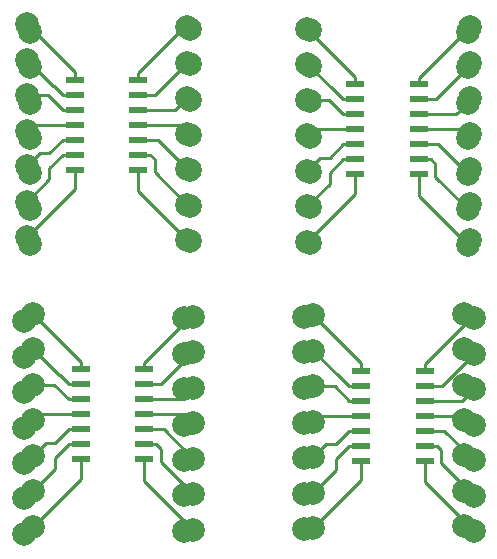
<source format=gbr>
G04 #@! TF.FileFunction,Copper,L1,Top,Signal*
%FSLAX46Y46*%
G04 Gerber Fmt 4.6, Leading zero omitted, Abs format (unit mm)*
G04 Created by KiCad (PCBNEW 4.0.6-e0-6349~53~ubuntu16.04.1) date Wed Aug  9 14:44:26 2017*
%MOMM*%
%LPD*%
G01*
G04 APERTURE LIST*
%ADD10C,0.100000*%
%ADD11C,2.000000*%
%ADD12R,1.500000X0.600000*%
%ADD13C,0.250000*%
G04 APERTURE END LIST*
D10*
D11*
X127449600Y-90534200D03*
X127449600Y-96534200D03*
X127449600Y-93534200D03*
X113893600Y-93788200D03*
X113893600Y-90788200D03*
X151198600Y-90407200D03*
X137642600Y-96661200D03*
X137642600Y-93661200D03*
X151198600Y-93407200D03*
X137642600Y-90661200D03*
X113893600Y-108788200D03*
X113893600Y-102788200D03*
X113893600Y-105788200D03*
X113893600Y-96788200D03*
X113893600Y-99788200D03*
X151198600Y-108407200D03*
X151198600Y-105407200D03*
X151198600Y-102407200D03*
X151198600Y-96407200D03*
X151198600Y-99407200D03*
X137642600Y-105661200D03*
X127449600Y-102534200D03*
X127449600Y-108534200D03*
X137642600Y-108661200D03*
X137642600Y-99661200D03*
X127449600Y-105534200D03*
X137642600Y-102661200D03*
X127449600Y-99534200D03*
X137134600Y-126918200D03*
X137134600Y-117918200D03*
X137134600Y-114918200D03*
X137134600Y-120918200D03*
X137134600Y-123918200D03*
X137134600Y-129918200D03*
X137134600Y-132918200D03*
X126941600Y-118045200D03*
X126941600Y-121045200D03*
X126941600Y-124045200D03*
X126941600Y-130045200D03*
X126941600Y-115045200D03*
X126941600Y-133045200D03*
X126941600Y-127045200D03*
X113385600Y-130299200D03*
X113385600Y-124299200D03*
X113385600Y-121299200D03*
X113385600Y-115299200D03*
X113385600Y-133299200D03*
X113385600Y-118299200D03*
X113385600Y-127299200D03*
X150690600Y-129664200D03*
X150690600Y-120664200D03*
X150690600Y-114664200D03*
X150690600Y-123664200D03*
X150690600Y-132664200D03*
X150690600Y-117664200D03*
X150690600Y-126664200D03*
D12*
X118204000Y-119380000D03*
X118204000Y-120650000D03*
X118204000Y-121920000D03*
X118204000Y-123190000D03*
X118204000Y-124460000D03*
X118204000Y-125730000D03*
X118204000Y-127000000D03*
X123604000Y-127000000D03*
X123604000Y-125730000D03*
X123604000Y-124460000D03*
X123604000Y-123190000D03*
X123604000Y-121920000D03*
X123604000Y-120650000D03*
X123604000Y-119380000D03*
D11*
X127729000Y-129935000D03*
X127729000Y-126935000D03*
X127729000Y-120935000D03*
X127729000Y-132935000D03*
X114173000Y-132681000D03*
X127729000Y-123935000D03*
X114173000Y-126681000D03*
X114173000Y-129681000D03*
X114173000Y-123681000D03*
X114173000Y-120681000D03*
X114173000Y-114681000D03*
X114173000Y-117681000D03*
X127729000Y-117935000D03*
X127729000Y-114935000D03*
D12*
X141953000Y-119507000D03*
X141953000Y-120777000D03*
X141953000Y-122047000D03*
X141953000Y-123317000D03*
X141953000Y-124587000D03*
X141953000Y-125857000D03*
X141953000Y-127127000D03*
X147353000Y-127127000D03*
X147353000Y-125857000D03*
X147353000Y-124587000D03*
X147353000Y-123317000D03*
X147353000Y-122047000D03*
X147353000Y-120777000D03*
X147353000Y-119507000D03*
D11*
X151478000Y-130062000D03*
X151478000Y-127062000D03*
X151478000Y-121062000D03*
X151478000Y-133062000D03*
X137922000Y-132808000D03*
X151478000Y-124062000D03*
X137922000Y-126808000D03*
X137922000Y-129808000D03*
X137922000Y-123808000D03*
X137922000Y-120808000D03*
X137922000Y-114808000D03*
X137922000Y-117808000D03*
X151478000Y-118062000D03*
X151478000Y-115062000D03*
D12*
X141445000Y-95250000D03*
X141445000Y-96520000D03*
X141445000Y-97790000D03*
X141445000Y-99060000D03*
X141445000Y-100330000D03*
X141445000Y-101600000D03*
X141445000Y-102870000D03*
X146845000Y-102870000D03*
X146845000Y-101600000D03*
X146845000Y-100330000D03*
X146845000Y-99060000D03*
X146845000Y-97790000D03*
X146845000Y-96520000D03*
X146845000Y-95250000D03*
D11*
X150970000Y-105805000D03*
X150970000Y-102805000D03*
X150970000Y-96805000D03*
X150970000Y-108805000D03*
X137414000Y-108551000D03*
X150970000Y-99805000D03*
X137414000Y-102551000D03*
X137414000Y-105551000D03*
X137414000Y-99551000D03*
X137414000Y-96551000D03*
X137414000Y-90551000D03*
X137414000Y-93551000D03*
X150970000Y-93805000D03*
X150970000Y-90805000D03*
X127221000Y-108424000D03*
X113665000Y-108170000D03*
X127221000Y-105424000D03*
X113665000Y-105170000D03*
X127221000Y-102424000D03*
X113665000Y-102170000D03*
X127221000Y-99424000D03*
X113665000Y-99170000D03*
X127221000Y-96424000D03*
X113665000Y-96170000D03*
X127221000Y-93424000D03*
X113665000Y-93170000D03*
X127221000Y-90424000D03*
D12*
X117696000Y-94869000D03*
X117696000Y-96139000D03*
X117696000Y-97409000D03*
X117696000Y-98679000D03*
X117696000Y-99949000D03*
X117696000Y-101219000D03*
X117696000Y-102489000D03*
X123096000Y-102489000D03*
X123096000Y-101219000D03*
X123096000Y-99949000D03*
X123096000Y-98679000D03*
X123096000Y-97409000D03*
X123096000Y-96139000D03*
X123096000Y-94869000D03*
D11*
X113665000Y-90170000D03*
D13*
X123604000Y-119380000D02*
X123604000Y-118830000D01*
X127499000Y-114935000D02*
X127729000Y-114935000D01*
X123604000Y-118830000D02*
X127499000Y-114935000D01*
X123604000Y-120650000D02*
X125014000Y-120650000D01*
X125014000Y-120650000D02*
X127729000Y-117935000D01*
X123604000Y-121920000D02*
X126744000Y-121920000D01*
X126744000Y-121920000D02*
X127729000Y-120935000D01*
X123604000Y-123190000D02*
X126984000Y-123190000D01*
X126984000Y-123190000D02*
X127729000Y-123935000D01*
X123604000Y-124460000D02*
X125254000Y-124460000D01*
X125254000Y-124460000D02*
X127729000Y-126935000D01*
X124985000Y-126111000D02*
X124985000Y-127191000D01*
X124985000Y-127191000D02*
X127729000Y-129935000D01*
X123604000Y-125730000D02*
X124604000Y-125730000D01*
X124604000Y-125730000D02*
X124985000Y-126111000D01*
X123604000Y-127000000D02*
X123604000Y-128810000D01*
X123604000Y-128810000D02*
X127729000Y-132935000D01*
X118204000Y-127000000D02*
X118204000Y-128650000D01*
X118204000Y-128650000D02*
X114173000Y-132681000D01*
X116078000Y-126856000D02*
X116078000Y-127776000D01*
X116078000Y-127776000D02*
X114173000Y-129681000D01*
X117204000Y-125730000D02*
X116078000Y-126856000D01*
X116078000Y-125586000D02*
X115268000Y-125586000D01*
X115268000Y-125586000D02*
X114173000Y-126681000D01*
X118204000Y-125730000D02*
X117204000Y-125730000D01*
X118204000Y-124460000D02*
X117204000Y-124460000D01*
X117204000Y-124460000D02*
X116078000Y-125586000D01*
X118204000Y-123190000D02*
X114664000Y-123190000D01*
X114664000Y-123190000D02*
X114173000Y-123681000D01*
X118204000Y-121920000D02*
X117204000Y-121920000D01*
X117204000Y-121920000D02*
X115965000Y-120681000D01*
X118204000Y-120650000D02*
X117204000Y-120650000D01*
X117204000Y-120650000D02*
X116442000Y-119888000D01*
X115965000Y-120681000D02*
X114173000Y-120681000D01*
X116442000Y-119888000D02*
X116380000Y-119888000D01*
X116380000Y-119888000D02*
X114173000Y-117681000D01*
X118204000Y-119380000D02*
X118204000Y-118712000D01*
X118204000Y-118712000D02*
X114173000Y-114681000D01*
X147353000Y-119507000D02*
X147353000Y-118957000D01*
X151248000Y-115062000D02*
X151478000Y-115062000D01*
X147353000Y-118957000D02*
X151248000Y-115062000D01*
X147353000Y-120777000D02*
X148763000Y-120777000D01*
X148763000Y-120777000D02*
X151478000Y-118062000D01*
X147353000Y-122047000D02*
X150493000Y-122047000D01*
X150493000Y-122047000D02*
X151478000Y-121062000D01*
X147353000Y-123317000D02*
X150733000Y-123317000D01*
X150733000Y-123317000D02*
X151478000Y-124062000D01*
X147353000Y-124587000D02*
X149003000Y-124587000D01*
X149003000Y-124587000D02*
X151478000Y-127062000D01*
X148734000Y-126238000D02*
X148734000Y-127318000D01*
X148734000Y-127318000D02*
X151478000Y-130062000D01*
X147353000Y-125857000D02*
X148353000Y-125857000D01*
X148353000Y-125857000D02*
X148734000Y-126238000D01*
X147353000Y-127127000D02*
X147353000Y-128937000D01*
X147353000Y-128937000D02*
X151478000Y-133062000D01*
X141953000Y-127127000D02*
X141953000Y-128777000D01*
X141953000Y-128777000D02*
X137922000Y-132808000D01*
X139827000Y-126983000D02*
X139827000Y-127903000D01*
X139827000Y-127903000D02*
X137922000Y-129808000D01*
X140953000Y-125857000D02*
X139827000Y-126983000D01*
X139827000Y-125713000D02*
X139017000Y-125713000D01*
X139017000Y-125713000D02*
X137922000Y-126808000D01*
X141953000Y-125857000D02*
X140953000Y-125857000D01*
X141953000Y-124587000D02*
X140953000Y-124587000D01*
X140953000Y-124587000D02*
X139827000Y-125713000D01*
X141953000Y-123317000D02*
X138413000Y-123317000D01*
X138413000Y-123317000D02*
X137922000Y-123808000D01*
X141953000Y-122047000D02*
X140953000Y-122047000D01*
X140953000Y-122047000D02*
X139714000Y-120808000D01*
X141953000Y-120777000D02*
X140953000Y-120777000D01*
X140953000Y-120777000D02*
X140191000Y-120015000D01*
X139714000Y-120808000D02*
X137922000Y-120808000D01*
X140191000Y-120015000D02*
X140129000Y-120015000D01*
X140129000Y-120015000D02*
X137922000Y-117808000D01*
X141953000Y-119507000D02*
X141953000Y-118839000D01*
X141953000Y-118839000D02*
X137922000Y-114808000D01*
X146845000Y-95250000D02*
X146845000Y-94700000D01*
X150740000Y-90805000D02*
X150970000Y-90805000D01*
X146845000Y-94700000D02*
X150740000Y-90805000D01*
X146845000Y-96520000D02*
X148255000Y-96520000D01*
X148255000Y-96520000D02*
X150970000Y-93805000D01*
X146845000Y-97790000D02*
X149985000Y-97790000D01*
X149985000Y-97790000D02*
X150970000Y-96805000D01*
X146845000Y-99060000D02*
X150225000Y-99060000D01*
X150225000Y-99060000D02*
X150970000Y-99805000D01*
X146845000Y-100330000D02*
X148495000Y-100330000D01*
X148495000Y-100330000D02*
X150970000Y-102805000D01*
X148226000Y-101981000D02*
X148226000Y-103061000D01*
X148226000Y-103061000D02*
X150970000Y-105805000D01*
X146845000Y-101600000D02*
X147845000Y-101600000D01*
X147845000Y-101600000D02*
X148226000Y-101981000D01*
X146845000Y-102870000D02*
X146845000Y-104680000D01*
X146845000Y-104680000D02*
X150970000Y-108805000D01*
X141445000Y-102870000D02*
X141445000Y-104520000D01*
X141445000Y-104520000D02*
X137414000Y-108551000D01*
X139319000Y-102726000D02*
X139319000Y-103646000D01*
X139319000Y-103646000D02*
X137414000Y-105551000D01*
X140445000Y-101600000D02*
X139319000Y-102726000D01*
X139319000Y-101456000D02*
X138509000Y-101456000D01*
X138509000Y-101456000D02*
X137414000Y-102551000D01*
X141445000Y-101600000D02*
X140445000Y-101600000D01*
X141445000Y-100330000D02*
X140445000Y-100330000D01*
X140445000Y-100330000D02*
X139319000Y-101456000D01*
X141445000Y-99060000D02*
X137905000Y-99060000D01*
X137905000Y-99060000D02*
X137414000Y-99551000D01*
X141445000Y-97790000D02*
X140445000Y-97790000D01*
X140445000Y-97790000D02*
X139206000Y-96551000D01*
X141445000Y-96520000D02*
X140445000Y-96520000D01*
X140445000Y-96520000D02*
X139683000Y-95758000D01*
X139206000Y-96551000D02*
X137414000Y-96551000D01*
X139683000Y-95758000D02*
X139621000Y-95758000D01*
X139621000Y-95758000D02*
X137414000Y-93551000D01*
X141445000Y-95250000D02*
X141445000Y-94582000D01*
X141445000Y-94582000D02*
X137414000Y-90551000D01*
X123096000Y-94869000D02*
X123096000Y-94319000D01*
X123096000Y-94319000D02*
X126991000Y-90424000D01*
X126991000Y-90424000D02*
X127221000Y-90424000D01*
X123096000Y-96139000D02*
X124506000Y-96139000D01*
X124506000Y-96139000D02*
X127221000Y-93424000D01*
X123096000Y-97409000D02*
X126236000Y-97409000D01*
X126236000Y-97409000D02*
X127221000Y-96424000D01*
X123096000Y-98679000D02*
X126476000Y-98679000D01*
X126476000Y-98679000D02*
X127221000Y-99424000D01*
X123096000Y-99949000D02*
X124746000Y-99949000D01*
X124746000Y-99949000D02*
X127221000Y-102424000D01*
X124477000Y-101600000D02*
X124477000Y-102680000D01*
X124477000Y-102680000D02*
X127221000Y-105424000D01*
X123096000Y-101219000D02*
X124096000Y-101219000D01*
X124096000Y-101219000D02*
X124477000Y-101600000D01*
X123096000Y-102489000D02*
X123096000Y-104299000D01*
X123096000Y-104299000D02*
X127221000Y-108424000D01*
X117696000Y-102489000D02*
X117696000Y-104139000D01*
X117696000Y-104139000D02*
X113665000Y-108170000D01*
X115570000Y-102345000D02*
X115570000Y-103265000D01*
X115570000Y-103265000D02*
X113665000Y-105170000D01*
X117696000Y-101219000D02*
X116696000Y-101219000D01*
X116696000Y-101219000D02*
X115570000Y-102345000D01*
X115570000Y-101075000D02*
X114760000Y-101075000D01*
X114760000Y-101075000D02*
X113665000Y-102170000D01*
X117696000Y-99949000D02*
X116696000Y-99949000D01*
X116696000Y-99949000D02*
X115570000Y-101075000D01*
X117696000Y-98679000D02*
X114156000Y-98679000D01*
X114156000Y-98679000D02*
X113665000Y-99170000D01*
X117696000Y-97409000D02*
X116696000Y-97409000D01*
X115457000Y-96170000D02*
X113665000Y-96170000D01*
X116696000Y-97409000D02*
X115457000Y-96170000D01*
X115934000Y-95377000D02*
X115872000Y-95377000D01*
X115872000Y-95377000D02*
X113665000Y-93170000D01*
X117696000Y-96139000D02*
X116696000Y-96139000D01*
X116696000Y-96139000D02*
X115934000Y-95377000D01*
X117696000Y-94869000D02*
X117696000Y-94201000D01*
X117696000Y-94201000D02*
X113665000Y-90170000D01*
M02*

</source>
